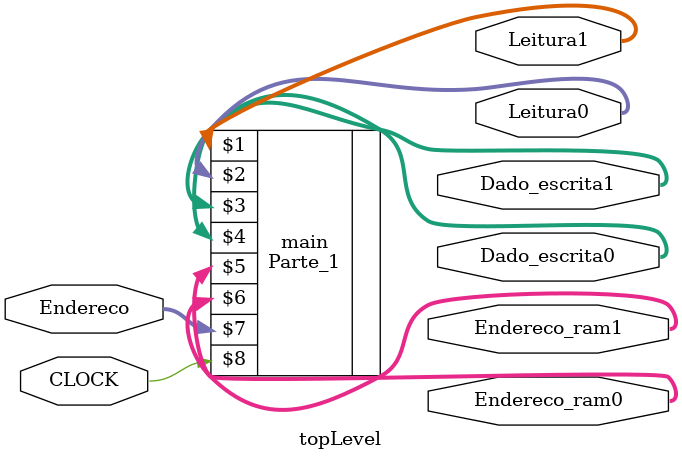
<source format=v>
module topLevel (Leitura1, Leitura0, Dado_escrita1, Dado_escrita0, Endereco_ram1, Endereco_ram0, Endereco, CLOCK);
	input [17:0]Endereco;
	input CLOCK;
	output [6:0] Leitura1, Leitura0, Dado_escrita1, Dado_escrita0, Endereco_ram1, Endereco_ram0;	
	
	Parte_1 main(Leitura1, Leitura0, Dado_escrita1, Dado_escrita0, Endereco_ram1, Endereco_ram0, Endereco, CLOCK);
	
endmodule
</source>
